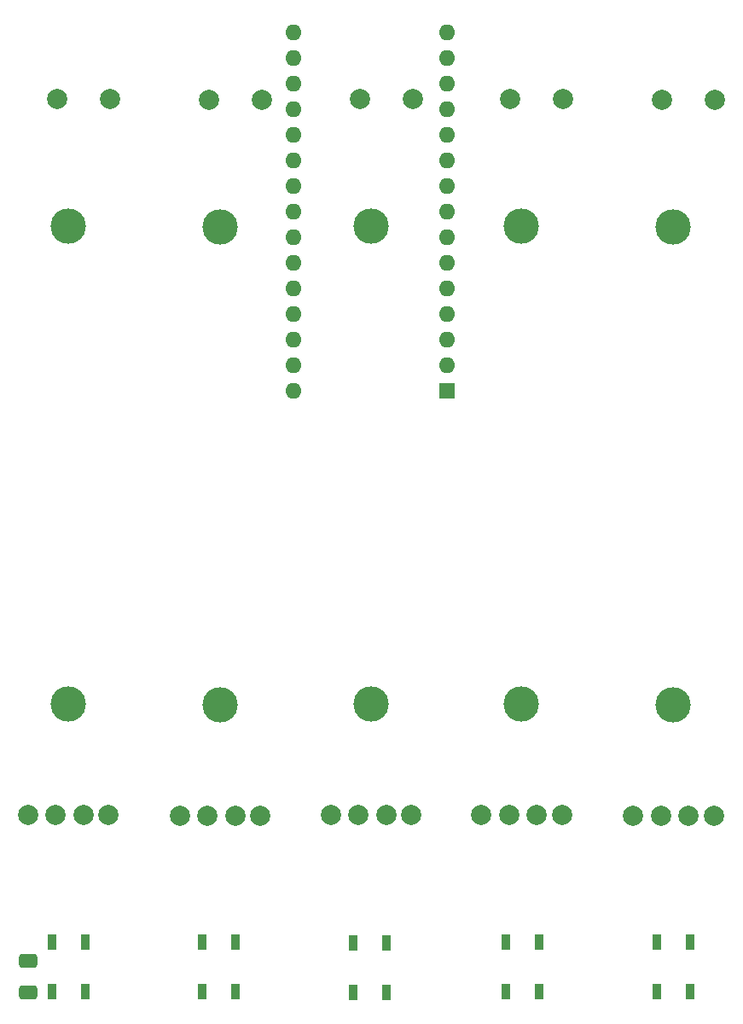
<source format=gts>
%TF.GenerationSoftware,KiCad,Pcbnew,8.0.0*%
%TF.CreationDate,2024-07-15T16:45:47+02:00*%
%TF.ProjectId,Audio-Controller V2.1.kicad_pcb,41756469-6f2d-4436-9f6e-74726f6c6c65,rev?*%
%TF.SameCoordinates,Original*%
%TF.FileFunction,Soldermask,Top*%
%TF.FilePolarity,Negative*%
%FSLAX46Y46*%
G04 Gerber Fmt 4.6, Leading zero omitted, Abs format (unit mm)*
G04 Created by KiCad (PCBNEW 8.0.0) date 2024-07-15 16:45:47*
%MOMM*%
%LPD*%
G01*
G04 APERTURE LIST*
G04 Aperture macros list*
%AMRoundRect*
0 Rectangle with rounded corners*
0 $1 Rounding radius*
0 $2 $3 $4 $5 $6 $7 $8 $9 X,Y pos of 4 corners*
0 Add a 4 corners polygon primitive as box body*
4,1,4,$2,$3,$4,$5,$6,$7,$8,$9,$2,$3,0*
0 Add four circle primitives for the rounded corners*
1,1,$1+$1,$2,$3*
1,1,$1+$1,$4,$5*
1,1,$1+$1,$6,$7*
1,1,$1+$1,$8,$9*
0 Add four rect primitives between the rounded corners*
20,1,$1+$1,$2,$3,$4,$5,0*
20,1,$1+$1,$4,$5,$6,$7,0*
20,1,$1+$1,$6,$7,$8,$9,0*
20,1,$1+$1,$8,$9,$2,$3,0*%
G04 Aperture macros list end*
%ADD10C,2.000000*%
%ADD11C,3.500000*%
%ADD12R,0.900000X1.500000*%
%ADD13R,1.600000X1.600000*%
%ADD14O,1.600000X1.600000*%
%ADD15RoundRect,0.250000X-0.650000X0.412500X-0.650000X-0.412500X0.650000X-0.412500X0.650000X0.412500X0*%
G04 APERTURE END LIST*
D10*
%TO.C,Double_Slider_Potentiometer5*%
X110500000Y-98000000D03*
X113262000Y-98000000D03*
X116024000Y-98000000D03*
X118500000Y-98000000D03*
X113388000Y-27000000D03*
X118650000Y-27000000D03*
D11*
X114500000Y-87000000D03*
X114500000Y-39600000D03*
%TD*%
D12*
%TO.C,D4*%
X97850000Y-115450000D03*
X101150000Y-115450000D03*
X101150000Y-110550000D03*
X97850000Y-110550000D03*
%TD*%
D13*
%TO.C,A1*%
X92000000Y-55860000D03*
D14*
X92000000Y-53320000D03*
X92000000Y-50780000D03*
X92000000Y-48240000D03*
X92000000Y-45700000D03*
X92000000Y-43160000D03*
X92000000Y-40620000D03*
X92000000Y-38080000D03*
X92000000Y-35540000D03*
X92000000Y-33000000D03*
X92000000Y-30460000D03*
X92000000Y-27920000D03*
X92000000Y-25380000D03*
X92000000Y-22840000D03*
X92000000Y-20300000D03*
X76760000Y-20300000D03*
X76760000Y-22840000D03*
X76760000Y-25380000D03*
X76760000Y-27920000D03*
X76760000Y-30460000D03*
X76760000Y-33000000D03*
X76760000Y-35540000D03*
X76760000Y-38080000D03*
X76760000Y-40620000D03*
X76760000Y-43160000D03*
X76760000Y-45700000D03*
X76760000Y-48240000D03*
X76760000Y-50780000D03*
X76760000Y-53320000D03*
X76760000Y-55860000D03*
%TD*%
D12*
%TO.C,D2*%
X67700000Y-115450000D03*
X71000000Y-115450000D03*
X71000000Y-110550000D03*
X67700000Y-110550000D03*
%TD*%
%TO.C,D3*%
X82700000Y-115500000D03*
X86000000Y-115500000D03*
X86000000Y-110600000D03*
X82700000Y-110600000D03*
%TD*%
D10*
%TO.C,Double_Slider_Potentiometer2*%
X65500000Y-98000000D03*
X68262000Y-98000000D03*
X71024000Y-98000000D03*
X73500000Y-98000000D03*
X68388000Y-27000000D03*
X73650000Y-27000000D03*
D11*
X69500000Y-87000000D03*
X69500000Y-39600000D03*
%TD*%
D10*
%TO.C,Double_Slider_Potentiometer1*%
X50425000Y-97900000D03*
X53187000Y-97900000D03*
X55949000Y-97900000D03*
X58425000Y-97900000D03*
X53313000Y-26900000D03*
X58575000Y-26900000D03*
D11*
X54425000Y-86900000D03*
X54425000Y-39500000D03*
%TD*%
D12*
%TO.C,D1*%
X52850000Y-115450000D03*
X56150000Y-115450000D03*
X56150000Y-110550000D03*
X52850000Y-110550000D03*
%TD*%
%TO.C,D5*%
X112850000Y-115450000D03*
X116150000Y-115450000D03*
X116150000Y-110550000D03*
X112850000Y-110550000D03*
%TD*%
D10*
%TO.C,Double_Slider_Potentiometer4*%
X95425000Y-97900000D03*
X98187000Y-97900000D03*
X100949000Y-97900000D03*
X103425000Y-97900000D03*
X98313000Y-26900000D03*
X103575000Y-26900000D03*
D11*
X99425000Y-86900000D03*
X99425000Y-39500000D03*
%TD*%
D15*
%TO.C,C1*%
X50500000Y-112437500D03*
X50500000Y-115562500D03*
%TD*%
D10*
%TO.C,Double_Slider_Potentiometer3*%
X80500000Y-97900000D03*
X83262000Y-97900000D03*
X86024000Y-97900000D03*
X88500000Y-97900000D03*
X83388000Y-26900000D03*
X88650000Y-26900000D03*
D11*
X84500000Y-86900000D03*
X84500000Y-39500000D03*
%TD*%
M02*

</source>
